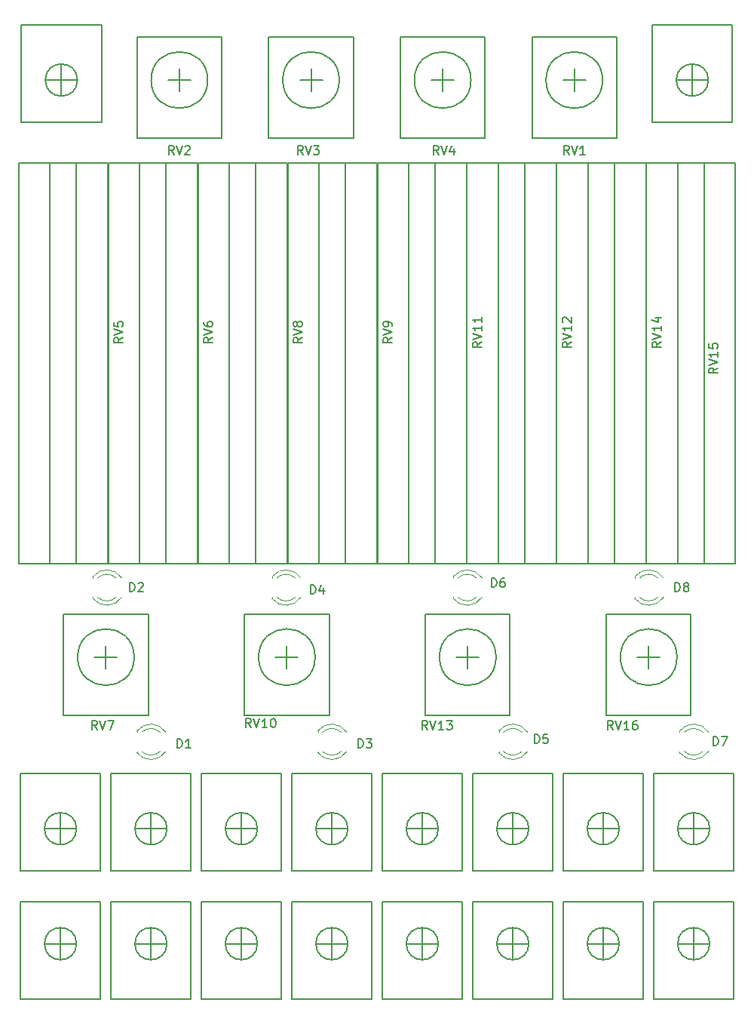
<source format=gbr>
%TF.GenerationSoftware,KiCad,Pcbnew,(5.0.1)-3*%
%TF.CreationDate,2020-04-13T21:00:07+01:00*%
%TF.ProjectId,pcb,7063622E6B696361645F706362000000,rev?*%
%TF.SameCoordinates,Original*%
%TF.FileFunction,Legend,Top*%
%TF.FilePolarity,Positive*%
%FSLAX46Y46*%
G04 Gerber Fmt 4.6, Leading zero omitted, Abs format (unit mm)*
G04 Created by KiCad (PCBNEW (5.0.1)-3) date 13/04/2020 21:00:07*
%MOMM*%
%LPD*%
G01*
G04 APERTURE LIST*
%ADD10C,0.150000*%
%ADD11C,0.120000*%
G04 APERTURE END LIST*
D10*
X19200000Y-28300000D02*
X19200000Y-73300000D01*
X16200000Y-28300000D02*
X19200000Y-28300000D01*
X16200000Y-73300000D02*
X16200000Y-28300000D01*
X19200000Y-73300000D02*
X16200000Y-73300000D01*
X12700000Y-73300000D02*
X22700000Y-73300000D01*
X12700000Y-28300000D02*
X12700000Y-73300000D01*
X22700000Y-28300000D02*
X12700000Y-28300000D01*
X22700000Y-73300000D02*
X22700000Y-28300000D01*
D11*
X29224477Y-92171392D02*
G75*
G03X25992142Y-92014484I-1672335J-1078608D01*
G01*
X29224477Y-94328608D02*
G75*
G02X25992142Y-94485516I-1672335J1078608D01*
G01*
X28593272Y-92170163D02*
G75*
G03X26511181Y-92170000I-1041130J-1079837D01*
G01*
X28593272Y-94329837D02*
G75*
G02X26511181Y-94330000I-1041130J1079837D01*
G01*
X25992142Y-92014000D02*
X25992142Y-92170000D01*
X25992142Y-94330000D02*
X25992142Y-94486000D01*
X24278335Y-74867392D02*
G75*
G03X21046000Y-74710484I-1672335J-1078608D01*
G01*
X24278335Y-77024608D02*
G75*
G02X21046000Y-77181516I-1672335J1078608D01*
G01*
X23647130Y-74866163D02*
G75*
G03X21565039Y-74866000I-1041130J-1079837D01*
G01*
X23647130Y-77025837D02*
G75*
G02X21565039Y-77026000I-1041130J1079837D01*
G01*
X21046000Y-74710000D02*
X21046000Y-74866000D01*
X21046000Y-77026000D02*
X21046000Y-77182000D01*
X46306426Y-94330000D02*
X46306426Y-94486000D01*
X46306426Y-92014000D02*
X46306426Y-92170000D01*
X48907556Y-94329837D02*
G75*
G02X46825465Y-94330000I-1041130J1079837D01*
G01*
X48907556Y-92170163D02*
G75*
G03X46825465Y-92170000I-1041130J-1079837D01*
G01*
X49538761Y-94328608D02*
G75*
G02X46306426Y-94485516I-1672335J1078608D01*
G01*
X49538761Y-92171392D02*
G75*
G03X46306426Y-92014484I-1672335J-1078608D01*
G01*
X41160000Y-77026000D02*
X41160000Y-77182000D01*
X41160000Y-74710000D02*
X41160000Y-74866000D01*
X43761130Y-77025837D02*
G75*
G02X41679039Y-77026000I-1041130J1079837D01*
G01*
X43761130Y-74866163D02*
G75*
G03X41679039Y-74866000I-1041130J-1079837D01*
G01*
X44392335Y-77024608D02*
G75*
G02X41160000Y-77181516I-1672335J1078608D01*
G01*
X44392335Y-74867392D02*
G75*
G03X41160000Y-74710484I-1672335J-1078608D01*
G01*
X69853045Y-92171392D02*
G75*
G03X66620710Y-92014484I-1672335J-1078608D01*
G01*
X69853045Y-94328608D02*
G75*
G02X66620710Y-94485516I-1672335J1078608D01*
G01*
X69221840Y-92170163D02*
G75*
G03X67139749Y-92170000I-1041130J-1079837D01*
G01*
X69221840Y-94329837D02*
G75*
G02X67139749Y-94330000I-1041130J1079837D01*
G01*
X66620710Y-92014000D02*
X66620710Y-92170000D01*
X66620710Y-94330000D02*
X66620710Y-94486000D01*
X61510000Y-77026000D02*
X61510000Y-77182000D01*
X61510000Y-74710000D02*
X61510000Y-74866000D01*
X64111130Y-77025837D02*
G75*
G02X62029039Y-77026000I-1041130J1079837D01*
G01*
X64111130Y-74866163D02*
G75*
G03X62029039Y-74866000I-1041130J-1079837D01*
G01*
X64742335Y-77024608D02*
G75*
G02X61510000Y-77181516I-1672335J1078608D01*
G01*
X64742335Y-74867392D02*
G75*
G03X61510000Y-74710484I-1672335J-1078608D01*
G01*
X90167335Y-92171392D02*
G75*
G03X86935000Y-92014484I-1672335J-1078608D01*
G01*
X90167335Y-94328608D02*
G75*
G02X86935000Y-94485516I-1672335J1078608D01*
G01*
X89536130Y-92170163D02*
G75*
G03X87454039Y-92170000I-1041130J-1079837D01*
G01*
X89536130Y-94329837D02*
G75*
G02X87454039Y-94330000I-1041130J1079837D01*
G01*
X86935000Y-92014000D02*
X86935000Y-92170000D01*
X86935000Y-94330000D02*
X86935000Y-94486000D01*
X81890000Y-77026000D02*
X81890000Y-77182000D01*
X81890000Y-74710000D02*
X81890000Y-74866000D01*
X84491130Y-77025837D02*
G75*
G02X82409039Y-77026000I-1041130J1079837D01*
G01*
X84491130Y-74866163D02*
G75*
G03X82409039Y-74866000I-1041130J-1079837D01*
G01*
X85122335Y-77024608D02*
G75*
G02X81890000Y-77181516I-1672335J1078608D01*
G01*
X85122335Y-74867392D02*
G75*
G03X81890000Y-74710484I-1672335J-1078608D01*
G01*
D10*
X15700000Y-19000000D02*
X19300000Y-19000000D01*
X17500000Y-17200000D02*
X17500000Y-20800000D01*
X19300000Y-19000000D02*
G75*
G03X19300000Y-19000000I-1800000J0D01*
G01*
X22000000Y-12800000D02*
X22000000Y-23700000D01*
X13000000Y-12800000D02*
X13000000Y-23700000D01*
X13000000Y-23700000D02*
X22000000Y-23700000D01*
X13000000Y-12800000D02*
X22000000Y-12800000D01*
X83850000Y-12800000D02*
X92850000Y-12800000D01*
X83850000Y-23700000D02*
X92850000Y-23700000D01*
X83850000Y-12800000D02*
X83850000Y-23700000D01*
X92850000Y-12800000D02*
X92850000Y-23700000D01*
X90150000Y-19000000D02*
G75*
G03X90150000Y-19000000I-1800000J0D01*
G01*
X88350000Y-17200000D02*
X88350000Y-20800000D01*
X86550000Y-19000000D02*
X90150000Y-19000000D01*
X19200000Y-115900000D02*
X15600000Y-115900000D01*
X17400000Y-117700000D02*
X17400000Y-114100000D01*
X19200000Y-115900000D02*
G75*
G03X19200000Y-115900000I-1800000J0D01*
G01*
X12900000Y-122100000D02*
X12900000Y-111200000D01*
X21900000Y-122100000D02*
X21900000Y-111200000D01*
X21900000Y-111200000D02*
X12900000Y-111200000D01*
X21900000Y-122100000D02*
X12900000Y-122100000D01*
X32057142Y-122100000D02*
X23057142Y-122100000D01*
X32057142Y-111200000D02*
X23057142Y-111200000D01*
X32057142Y-122100000D02*
X32057142Y-111200000D01*
X23057142Y-122100000D02*
X23057142Y-111200000D01*
X29357142Y-115900000D02*
G75*
G03X29357142Y-115900000I-1800000J0D01*
G01*
X27557142Y-117700000D02*
X27557142Y-114100000D01*
X29357142Y-115900000D02*
X25757142Y-115900000D01*
X15600000Y-103000000D02*
X19200000Y-103000000D01*
X17400000Y-101200000D02*
X17400000Y-104800000D01*
X19200000Y-103000000D02*
G75*
G03X19200000Y-103000000I-1800000J0D01*
G01*
X21900000Y-96800000D02*
X21900000Y-107700000D01*
X12900000Y-96800000D02*
X12900000Y-107700000D01*
X12900000Y-107700000D02*
X21900000Y-107700000D01*
X12900000Y-96800000D02*
X21900000Y-96800000D01*
X25757142Y-103000000D02*
X29357142Y-103000000D01*
X27557142Y-101200000D02*
X27557142Y-104800000D01*
X29357142Y-103000000D02*
G75*
G03X29357142Y-103000000I-1800000J0D01*
G01*
X32057142Y-96800000D02*
X32057142Y-107700000D01*
X23057142Y-96800000D02*
X23057142Y-107700000D01*
X23057142Y-107700000D02*
X32057142Y-107700000D01*
X23057142Y-96800000D02*
X32057142Y-96800000D01*
X42214284Y-122100000D02*
X33214284Y-122100000D01*
X42214284Y-111200000D02*
X33214284Y-111200000D01*
X42214284Y-122100000D02*
X42214284Y-111200000D01*
X33214284Y-122100000D02*
X33214284Y-111200000D01*
X39514284Y-115900000D02*
G75*
G03X39514284Y-115900000I-1800000J0D01*
G01*
X37714284Y-117700000D02*
X37714284Y-114100000D01*
X39514284Y-115900000D02*
X35914284Y-115900000D01*
X49671426Y-115900000D02*
X46071426Y-115900000D01*
X47871426Y-117700000D02*
X47871426Y-114100000D01*
X49671426Y-115900000D02*
G75*
G03X49671426Y-115900000I-1800000J0D01*
G01*
X43371426Y-122100000D02*
X43371426Y-111200000D01*
X52371426Y-122100000D02*
X52371426Y-111200000D01*
X52371426Y-111200000D02*
X43371426Y-111200000D01*
X52371426Y-122100000D02*
X43371426Y-122100000D01*
X35914284Y-103000000D02*
X39514284Y-103000000D01*
X37714284Y-101200000D02*
X37714284Y-104800000D01*
X39514284Y-103000000D02*
G75*
G03X39514284Y-103000000I-1800000J0D01*
G01*
X42214284Y-96800000D02*
X42214284Y-107700000D01*
X33214284Y-96800000D02*
X33214284Y-107700000D01*
X33214284Y-107700000D02*
X42214284Y-107700000D01*
X33214284Y-96800000D02*
X42214284Y-96800000D01*
X43371426Y-96800000D02*
X52371426Y-96800000D01*
X43371426Y-107700000D02*
X52371426Y-107700000D01*
X43371426Y-96800000D02*
X43371426Y-107700000D01*
X52371426Y-96800000D02*
X52371426Y-107700000D01*
X49671426Y-103000000D02*
G75*
G03X49671426Y-103000000I-1800000J0D01*
G01*
X47871426Y-101200000D02*
X47871426Y-104800000D01*
X46071426Y-103000000D02*
X49671426Y-103000000D01*
X59828568Y-115900000D02*
X56228568Y-115900000D01*
X58028568Y-117700000D02*
X58028568Y-114100000D01*
X59828568Y-115900000D02*
G75*
G03X59828568Y-115900000I-1800000J0D01*
G01*
X53528568Y-122100000D02*
X53528568Y-111200000D01*
X62528568Y-122100000D02*
X62528568Y-111200000D01*
X62528568Y-111200000D02*
X53528568Y-111200000D01*
X62528568Y-122100000D02*
X53528568Y-122100000D01*
X72685710Y-122100000D02*
X63685710Y-122100000D01*
X72685710Y-111200000D02*
X63685710Y-111200000D01*
X72685710Y-122100000D02*
X72685710Y-111200000D01*
X63685710Y-122100000D02*
X63685710Y-111200000D01*
X69985710Y-115900000D02*
G75*
G03X69985710Y-115900000I-1800000J0D01*
G01*
X68185710Y-117700000D02*
X68185710Y-114100000D01*
X69985710Y-115900000D02*
X66385710Y-115900000D01*
X53528568Y-96800000D02*
X62528568Y-96800000D01*
X53528568Y-107700000D02*
X62528568Y-107700000D01*
X53528568Y-96800000D02*
X53528568Y-107700000D01*
X62528568Y-96800000D02*
X62528568Y-107700000D01*
X59828568Y-103000000D02*
G75*
G03X59828568Y-103000000I-1800000J0D01*
G01*
X58028568Y-101200000D02*
X58028568Y-104800000D01*
X56228568Y-103000000D02*
X59828568Y-103000000D01*
X63685710Y-96800000D02*
X72685710Y-96800000D01*
X63685710Y-107700000D02*
X72685710Y-107700000D01*
X63685710Y-96800000D02*
X63685710Y-107700000D01*
X72685710Y-96800000D02*
X72685710Y-107700000D01*
X69985710Y-103000000D02*
G75*
G03X69985710Y-103000000I-1800000J0D01*
G01*
X68185710Y-101200000D02*
X68185710Y-104800000D01*
X66385710Y-103000000D02*
X69985710Y-103000000D01*
X80142852Y-115900000D02*
X76542852Y-115900000D01*
X78342852Y-117700000D02*
X78342852Y-114100000D01*
X80142852Y-115900000D02*
G75*
G03X80142852Y-115900000I-1800000J0D01*
G01*
X73842852Y-122100000D02*
X73842852Y-111200000D01*
X82842852Y-122100000D02*
X82842852Y-111200000D01*
X82842852Y-111200000D02*
X73842852Y-111200000D01*
X82842852Y-122100000D02*
X73842852Y-122100000D01*
X93000000Y-122100000D02*
X84000000Y-122100000D01*
X93000000Y-111200000D02*
X84000000Y-111200000D01*
X93000000Y-122100000D02*
X93000000Y-111200000D01*
X84000000Y-122100000D02*
X84000000Y-111200000D01*
X90300000Y-115900000D02*
G75*
G03X90300000Y-115900000I-1800000J0D01*
G01*
X88500000Y-117700000D02*
X88500000Y-114100000D01*
X90300000Y-115900000D02*
X86700000Y-115900000D01*
X73842852Y-96800000D02*
X82842852Y-96800000D01*
X73842852Y-107700000D02*
X82842852Y-107700000D01*
X73842852Y-96800000D02*
X73842852Y-107700000D01*
X82842852Y-96800000D02*
X82842852Y-107700000D01*
X80142852Y-103000000D02*
G75*
G03X80142852Y-103000000I-1800000J0D01*
G01*
X78342852Y-101200000D02*
X78342852Y-104800000D01*
X76542852Y-103000000D02*
X80142852Y-103000000D01*
X86700000Y-103000000D02*
X90300000Y-103000000D01*
X88500000Y-101200000D02*
X88500000Y-104800000D01*
X90300000Y-103000000D02*
G75*
G03X90300000Y-103000000I-1800000J0D01*
G01*
X93000000Y-96800000D02*
X93000000Y-107700000D01*
X84000000Y-96800000D02*
X84000000Y-107700000D01*
X84000000Y-107700000D02*
X93000000Y-107700000D01*
X84000000Y-96800000D02*
X93000000Y-96800000D01*
X73824997Y-19000000D02*
X76364997Y-19000000D01*
X75094997Y-17730000D02*
X75094997Y-20270000D01*
X78269997Y-19000000D02*
G75*
G03X78269997Y-19000000I-3175000J0D01*
G01*
X70344997Y-14150000D02*
X70344997Y-25500000D01*
X79844997Y-14150000D02*
X79844997Y-25500000D01*
X70344997Y-25500000D02*
X79844997Y-25500000D01*
X70344997Y-14150000D02*
X79844997Y-14150000D01*
X29485000Y-19000000D02*
X32025000Y-19000000D01*
X30755000Y-17730000D02*
X30755000Y-20270000D01*
X33930000Y-19000000D02*
G75*
G03X33930000Y-19000000I-3175000J0D01*
G01*
X26005000Y-14150000D02*
X26005000Y-25500000D01*
X35505000Y-14150000D02*
X35505000Y-25500000D01*
X26005000Y-25500000D02*
X35505000Y-25500000D01*
X26005000Y-14150000D02*
X35505000Y-14150000D01*
X40784999Y-14150000D02*
X50284999Y-14150000D01*
X40784999Y-25500000D02*
X50284999Y-25500000D01*
X50284999Y-14150000D02*
X50284999Y-25500000D01*
X40784999Y-14150000D02*
X40784999Y-25500000D01*
X48709999Y-19000000D02*
G75*
G03X48709999Y-19000000I-3175000J0D01*
G01*
X45534999Y-17730000D02*
X45534999Y-20270000D01*
X44264999Y-19000000D02*
X46804999Y-19000000D01*
X55564998Y-14150000D02*
X65064998Y-14150000D01*
X55564998Y-25500000D02*
X65064998Y-25500000D01*
X65064998Y-14150000D02*
X65064998Y-25500000D01*
X55564998Y-14150000D02*
X55564998Y-25500000D01*
X63489998Y-19000000D02*
G75*
G03X63489998Y-19000000I-3175000J0D01*
G01*
X60314998Y-17730000D02*
X60314998Y-20270000D01*
X59044998Y-19000000D02*
X61584998Y-19000000D01*
X32771428Y-73300000D02*
X32771428Y-28300000D01*
X32771428Y-28300000D02*
X22771428Y-28300000D01*
X22771428Y-28300000D02*
X22771428Y-73300000D01*
X22771428Y-73300000D02*
X32771428Y-73300000D01*
X29271428Y-73300000D02*
X26271428Y-73300000D01*
X26271428Y-73300000D02*
X26271428Y-28300000D01*
X26271428Y-28300000D02*
X29271428Y-28300000D01*
X29271428Y-28300000D02*
X29271428Y-73300000D01*
X17750000Y-78900000D02*
X27250000Y-78900000D01*
X17750000Y-90250000D02*
X27250000Y-90250000D01*
X27250000Y-78900000D02*
X27250000Y-90250000D01*
X17750000Y-78900000D02*
X17750000Y-90250000D01*
X25675000Y-83750000D02*
G75*
G03X25675000Y-83750000I-3175000J0D01*
G01*
X22500000Y-82480000D02*
X22500000Y-85020000D01*
X21230000Y-83750000D02*
X23770000Y-83750000D01*
X42842856Y-73300000D02*
X42842856Y-28300000D01*
X42842856Y-28300000D02*
X32842856Y-28300000D01*
X32842856Y-28300000D02*
X32842856Y-73300000D01*
X32842856Y-73300000D02*
X42842856Y-73300000D01*
X39342856Y-73300000D02*
X36342856Y-73300000D01*
X36342856Y-73300000D02*
X36342856Y-28300000D01*
X36342856Y-28300000D02*
X39342856Y-28300000D01*
X39342856Y-28300000D02*
X39342856Y-73300000D01*
X52914284Y-73300000D02*
X52914284Y-28300000D01*
X52914284Y-28300000D02*
X42914284Y-28300000D01*
X42914284Y-28300000D02*
X42914284Y-73300000D01*
X42914284Y-73300000D02*
X52914284Y-73300000D01*
X49414284Y-73300000D02*
X46414284Y-73300000D01*
X46414284Y-73300000D02*
X46414284Y-28300000D01*
X46414284Y-28300000D02*
X49414284Y-28300000D01*
X49414284Y-28300000D02*
X49414284Y-73300000D01*
X38066666Y-78900000D02*
X47566666Y-78900000D01*
X38066666Y-90250000D02*
X47566666Y-90250000D01*
X47566666Y-78900000D02*
X47566666Y-90250000D01*
X38066666Y-78900000D02*
X38066666Y-90250000D01*
X45991666Y-83750000D02*
G75*
G03X45991666Y-83750000I-3175000J0D01*
G01*
X42816666Y-82480000D02*
X42816666Y-85020000D01*
X41546666Y-83750000D02*
X44086666Y-83750000D01*
X59485712Y-28300000D02*
X59485712Y-73300000D01*
X56485712Y-28300000D02*
X59485712Y-28300000D01*
X56485712Y-73300000D02*
X56485712Y-28300000D01*
X59485712Y-73300000D02*
X56485712Y-73300000D01*
X52985712Y-73300000D02*
X62985712Y-73300000D01*
X52985712Y-28300000D02*
X52985712Y-73300000D01*
X62985712Y-28300000D02*
X52985712Y-28300000D01*
X62985712Y-73300000D02*
X62985712Y-28300000D01*
X69557140Y-28300000D02*
X69557140Y-73300000D01*
X66557140Y-28300000D02*
X69557140Y-28300000D01*
X66557140Y-73300000D02*
X66557140Y-28300000D01*
X69557140Y-73300000D02*
X66557140Y-73300000D01*
X63057140Y-73300000D02*
X73057140Y-73300000D01*
X63057140Y-28300000D02*
X63057140Y-73300000D01*
X73057140Y-28300000D02*
X63057140Y-28300000D01*
X73057140Y-73300000D02*
X73057140Y-28300000D01*
X61863332Y-83750000D02*
X64403332Y-83750000D01*
X63133332Y-82480000D02*
X63133332Y-85020000D01*
X66308332Y-83750000D02*
G75*
G03X66308332Y-83750000I-3175000J0D01*
G01*
X58383332Y-78900000D02*
X58383332Y-90250000D01*
X67883332Y-78900000D02*
X67883332Y-90250000D01*
X58383332Y-90250000D02*
X67883332Y-90250000D01*
X58383332Y-78900000D02*
X67883332Y-78900000D01*
X79628568Y-28300000D02*
X79628568Y-73300000D01*
X76628568Y-28300000D02*
X79628568Y-28300000D01*
X76628568Y-73300000D02*
X76628568Y-28300000D01*
X79628568Y-73300000D02*
X76628568Y-73300000D01*
X73128568Y-73300000D02*
X83128568Y-73300000D01*
X73128568Y-28300000D02*
X73128568Y-73300000D01*
X83128568Y-28300000D02*
X73128568Y-28300000D01*
X83128568Y-73300000D02*
X83128568Y-28300000D01*
X93199996Y-73300000D02*
X93199996Y-28300000D01*
X93199996Y-28300000D02*
X83199996Y-28300000D01*
X83199996Y-28300000D02*
X83199996Y-73300000D01*
X83199996Y-73300000D02*
X93199996Y-73300000D01*
X89699996Y-73300000D02*
X86699996Y-73300000D01*
X86699996Y-73300000D02*
X86699996Y-28300000D01*
X86699996Y-28300000D02*
X89699996Y-28300000D01*
X89699996Y-28300000D02*
X89699996Y-73300000D01*
X82180000Y-83750000D02*
X84720000Y-83750000D01*
X83450000Y-82480000D02*
X83450000Y-85020000D01*
X86625000Y-83750000D02*
G75*
G03X86625000Y-83750000I-3175000J0D01*
G01*
X78700000Y-78900000D02*
X78700000Y-90250000D01*
X88200000Y-78900000D02*
X88200000Y-90250000D01*
X78700000Y-90250000D02*
X88200000Y-90250000D01*
X78700000Y-78900000D02*
X88200000Y-78900000D01*
X24402380Y-47895238D02*
X23926190Y-48228571D01*
X24402380Y-48466666D02*
X23402380Y-48466666D01*
X23402380Y-48085714D01*
X23450000Y-47990476D01*
X23497619Y-47942857D01*
X23592857Y-47895238D01*
X23735714Y-47895238D01*
X23830952Y-47942857D01*
X23878571Y-47990476D01*
X23926190Y-48085714D01*
X23926190Y-48466666D01*
X23402380Y-47609523D02*
X24402380Y-47276190D01*
X23402380Y-46942857D01*
X23402380Y-46133333D02*
X23402380Y-46609523D01*
X23878571Y-46657142D01*
X23830952Y-46609523D01*
X23783333Y-46514285D01*
X23783333Y-46276190D01*
X23830952Y-46180952D01*
X23878571Y-46133333D01*
X23973809Y-46085714D01*
X24211904Y-46085714D01*
X24307142Y-46133333D01*
X24354761Y-46180952D01*
X24402380Y-46276190D01*
X24402380Y-46514285D01*
X24354761Y-46609523D01*
X24307142Y-46657142D01*
X30503904Y-93924380D02*
X30503904Y-92924380D01*
X30742000Y-92924380D01*
X30884857Y-92972000D01*
X30980095Y-93067238D01*
X31027714Y-93162476D01*
X31075333Y-93352952D01*
X31075333Y-93495809D01*
X31027714Y-93686285D01*
X30980095Y-93781523D01*
X30884857Y-93876761D01*
X30742000Y-93924380D01*
X30503904Y-93924380D01*
X32027714Y-93924380D02*
X31456285Y-93924380D01*
X31742000Y-93924380D02*
X31742000Y-92924380D01*
X31646761Y-93067238D01*
X31551523Y-93162476D01*
X31456285Y-93210095D01*
X25169904Y-76398380D02*
X25169904Y-75398380D01*
X25408000Y-75398380D01*
X25550857Y-75446000D01*
X25646095Y-75541238D01*
X25693714Y-75636476D01*
X25741333Y-75826952D01*
X25741333Y-75969809D01*
X25693714Y-76160285D01*
X25646095Y-76255523D01*
X25550857Y-76350761D01*
X25408000Y-76398380D01*
X25169904Y-76398380D01*
X26122285Y-75493619D02*
X26169904Y-75446000D01*
X26265142Y-75398380D01*
X26503238Y-75398380D01*
X26598476Y-75446000D01*
X26646095Y-75493619D01*
X26693714Y-75588857D01*
X26693714Y-75684095D01*
X26646095Y-75826952D01*
X26074666Y-76398380D01*
X26693714Y-76398380D01*
X50823904Y-93924380D02*
X50823904Y-92924380D01*
X51062000Y-92924380D01*
X51204857Y-92972000D01*
X51300095Y-93067238D01*
X51347714Y-93162476D01*
X51395333Y-93352952D01*
X51395333Y-93495809D01*
X51347714Y-93686285D01*
X51300095Y-93781523D01*
X51204857Y-93876761D01*
X51062000Y-93924380D01*
X50823904Y-93924380D01*
X51728666Y-92924380D02*
X52347714Y-92924380D01*
X52014380Y-93305333D01*
X52157238Y-93305333D01*
X52252476Y-93352952D01*
X52300095Y-93400571D01*
X52347714Y-93495809D01*
X52347714Y-93733904D01*
X52300095Y-93829142D01*
X52252476Y-93876761D01*
X52157238Y-93924380D01*
X51871523Y-93924380D01*
X51776285Y-93876761D01*
X51728666Y-93829142D01*
X45489904Y-76652380D02*
X45489904Y-75652380D01*
X45728000Y-75652380D01*
X45870857Y-75700000D01*
X45966095Y-75795238D01*
X46013714Y-75890476D01*
X46061333Y-76080952D01*
X46061333Y-76223809D01*
X46013714Y-76414285D01*
X45966095Y-76509523D01*
X45870857Y-76604761D01*
X45728000Y-76652380D01*
X45489904Y-76652380D01*
X46918476Y-75985714D02*
X46918476Y-76652380D01*
X46680380Y-75604761D02*
X46442285Y-76319047D01*
X47061333Y-76319047D01*
X70635904Y-93416380D02*
X70635904Y-92416380D01*
X70874000Y-92416380D01*
X71016857Y-92464000D01*
X71112095Y-92559238D01*
X71159714Y-92654476D01*
X71207333Y-92844952D01*
X71207333Y-92987809D01*
X71159714Y-93178285D01*
X71112095Y-93273523D01*
X71016857Y-93368761D01*
X70874000Y-93416380D01*
X70635904Y-93416380D01*
X72112095Y-92416380D02*
X71635904Y-92416380D01*
X71588285Y-92892571D01*
X71635904Y-92844952D01*
X71731142Y-92797333D01*
X71969238Y-92797333D01*
X72064476Y-92844952D01*
X72112095Y-92892571D01*
X72159714Y-92987809D01*
X72159714Y-93225904D01*
X72112095Y-93321142D01*
X72064476Y-93368761D01*
X71969238Y-93416380D01*
X71731142Y-93416380D01*
X71635904Y-93368761D01*
X71588285Y-93321142D01*
X65809904Y-75890380D02*
X65809904Y-74890380D01*
X66048000Y-74890380D01*
X66190857Y-74938000D01*
X66286095Y-75033238D01*
X66333714Y-75128476D01*
X66381333Y-75318952D01*
X66381333Y-75461809D01*
X66333714Y-75652285D01*
X66286095Y-75747523D01*
X66190857Y-75842761D01*
X66048000Y-75890380D01*
X65809904Y-75890380D01*
X67238476Y-74890380D02*
X67048000Y-74890380D01*
X66952761Y-74938000D01*
X66905142Y-74985619D01*
X66809904Y-75128476D01*
X66762285Y-75318952D01*
X66762285Y-75699904D01*
X66809904Y-75795142D01*
X66857523Y-75842761D01*
X66952761Y-75890380D01*
X67143238Y-75890380D01*
X67238476Y-75842761D01*
X67286095Y-75795142D01*
X67333714Y-75699904D01*
X67333714Y-75461809D01*
X67286095Y-75366571D01*
X67238476Y-75318952D01*
X67143238Y-75271333D01*
X66952761Y-75271333D01*
X66857523Y-75318952D01*
X66809904Y-75366571D01*
X66762285Y-75461809D01*
X90701904Y-93670380D02*
X90701904Y-92670380D01*
X90940000Y-92670380D01*
X91082857Y-92718000D01*
X91178095Y-92813238D01*
X91225714Y-92908476D01*
X91273333Y-93098952D01*
X91273333Y-93241809D01*
X91225714Y-93432285D01*
X91178095Y-93527523D01*
X91082857Y-93622761D01*
X90940000Y-93670380D01*
X90701904Y-93670380D01*
X91606666Y-92670380D02*
X92273333Y-92670380D01*
X91844761Y-93670380D01*
X86409904Y-76398380D02*
X86409904Y-75398380D01*
X86648000Y-75398380D01*
X86790857Y-75446000D01*
X86886095Y-75541238D01*
X86933714Y-75636476D01*
X86981333Y-75826952D01*
X86981333Y-75969809D01*
X86933714Y-76160285D01*
X86886095Y-76255523D01*
X86790857Y-76350761D01*
X86648000Y-76398380D01*
X86409904Y-76398380D01*
X87552761Y-75826952D02*
X87457523Y-75779333D01*
X87409904Y-75731714D01*
X87362285Y-75636476D01*
X87362285Y-75588857D01*
X87409904Y-75493619D01*
X87457523Y-75446000D01*
X87552761Y-75398380D01*
X87743238Y-75398380D01*
X87838476Y-75446000D01*
X87886095Y-75493619D01*
X87933714Y-75588857D01*
X87933714Y-75636476D01*
X87886095Y-75731714D01*
X87838476Y-75779333D01*
X87743238Y-75826952D01*
X87552761Y-75826952D01*
X87457523Y-75874571D01*
X87409904Y-75922190D01*
X87362285Y-76017428D01*
X87362285Y-76207904D01*
X87409904Y-76303142D01*
X87457523Y-76350761D01*
X87552761Y-76398380D01*
X87743238Y-76398380D01*
X87838476Y-76350761D01*
X87886095Y-76303142D01*
X87933714Y-76207904D01*
X87933714Y-76017428D01*
X87886095Y-75922190D01*
X87838476Y-75874571D01*
X87743238Y-75826952D01*
X74499758Y-27376380D02*
X74166425Y-26900190D01*
X73928330Y-27376380D02*
X73928330Y-26376380D01*
X74309282Y-26376380D01*
X74404520Y-26424000D01*
X74452139Y-26471619D01*
X74499758Y-26566857D01*
X74499758Y-26709714D01*
X74452139Y-26804952D01*
X74404520Y-26852571D01*
X74309282Y-26900190D01*
X73928330Y-26900190D01*
X74785473Y-26376380D02*
X75118806Y-27376380D01*
X75452139Y-26376380D01*
X76309282Y-27376380D02*
X75737854Y-27376380D01*
X76023568Y-27376380D02*
X76023568Y-26376380D01*
X75928330Y-26519238D01*
X75833092Y-26614476D01*
X75737854Y-26662095D01*
X30138761Y-27376380D02*
X29805428Y-26900190D01*
X29567333Y-27376380D02*
X29567333Y-26376380D01*
X29948285Y-26376380D01*
X30043523Y-26424000D01*
X30091142Y-26471619D01*
X30138761Y-26566857D01*
X30138761Y-26709714D01*
X30091142Y-26804952D01*
X30043523Y-26852571D01*
X29948285Y-26900190D01*
X29567333Y-26900190D01*
X30424476Y-26376380D02*
X30757809Y-27376380D01*
X31091142Y-26376380D01*
X31376857Y-26471619D02*
X31424476Y-26424000D01*
X31519714Y-26376380D01*
X31757809Y-26376380D01*
X31853047Y-26424000D01*
X31900666Y-26471619D01*
X31948285Y-26566857D01*
X31948285Y-26662095D01*
X31900666Y-26804952D01*
X31329238Y-27376380D01*
X31948285Y-27376380D01*
X44616761Y-27376380D02*
X44283428Y-26900190D01*
X44045333Y-27376380D02*
X44045333Y-26376380D01*
X44426285Y-26376380D01*
X44521523Y-26424000D01*
X44569142Y-26471619D01*
X44616761Y-26566857D01*
X44616761Y-26709714D01*
X44569142Y-26804952D01*
X44521523Y-26852571D01*
X44426285Y-26900190D01*
X44045333Y-26900190D01*
X44902476Y-26376380D02*
X45235809Y-27376380D01*
X45569142Y-26376380D01*
X45807238Y-26376380D02*
X46426285Y-26376380D01*
X46092952Y-26757333D01*
X46235809Y-26757333D01*
X46331047Y-26804952D01*
X46378666Y-26852571D01*
X46426285Y-26947809D01*
X46426285Y-27185904D01*
X46378666Y-27281142D01*
X46331047Y-27328761D01*
X46235809Y-27376380D01*
X45950095Y-27376380D01*
X45854857Y-27328761D01*
X45807238Y-27281142D01*
X59856761Y-27376380D02*
X59523428Y-26900190D01*
X59285333Y-27376380D02*
X59285333Y-26376380D01*
X59666285Y-26376380D01*
X59761523Y-26424000D01*
X59809142Y-26471619D01*
X59856761Y-26566857D01*
X59856761Y-26709714D01*
X59809142Y-26804952D01*
X59761523Y-26852571D01*
X59666285Y-26900190D01*
X59285333Y-26900190D01*
X60142476Y-26376380D02*
X60475809Y-27376380D01*
X60809142Y-26376380D01*
X61571047Y-26709714D02*
X61571047Y-27376380D01*
X61332952Y-26328761D02*
X61094857Y-27043047D01*
X61713904Y-27043047D01*
X34473808Y-47895238D02*
X33997618Y-48228571D01*
X34473808Y-48466666D02*
X33473808Y-48466666D01*
X33473808Y-48085714D01*
X33521428Y-47990476D01*
X33569047Y-47942857D01*
X33664285Y-47895238D01*
X33807142Y-47895238D01*
X33902380Y-47942857D01*
X33949999Y-47990476D01*
X33997618Y-48085714D01*
X33997618Y-48466666D01*
X33473808Y-47609523D02*
X34473808Y-47276190D01*
X33473808Y-46942857D01*
X33473808Y-46180952D02*
X33473808Y-46371428D01*
X33521428Y-46466666D01*
X33569047Y-46514285D01*
X33711904Y-46609523D01*
X33902380Y-46657142D01*
X34283332Y-46657142D01*
X34378570Y-46609523D01*
X34426189Y-46561904D01*
X34473808Y-46466666D01*
X34473808Y-46276190D01*
X34426189Y-46180952D01*
X34378570Y-46133333D01*
X34283332Y-46085714D01*
X34045237Y-46085714D01*
X33949999Y-46133333D01*
X33902380Y-46180952D01*
X33854761Y-46276190D01*
X33854761Y-46466666D01*
X33902380Y-46561904D01*
X33949999Y-46609523D01*
X34045237Y-46657142D01*
X21502761Y-91892380D02*
X21169428Y-91416190D01*
X20931333Y-91892380D02*
X20931333Y-90892380D01*
X21312285Y-90892380D01*
X21407523Y-90940000D01*
X21455142Y-90987619D01*
X21502761Y-91082857D01*
X21502761Y-91225714D01*
X21455142Y-91320952D01*
X21407523Y-91368571D01*
X21312285Y-91416190D01*
X20931333Y-91416190D01*
X21788476Y-90892380D02*
X22121809Y-91892380D01*
X22455142Y-90892380D01*
X22693238Y-90892380D02*
X23359904Y-90892380D01*
X22931333Y-91892380D01*
X44545236Y-47895238D02*
X44069046Y-48228571D01*
X44545236Y-48466666D02*
X43545236Y-48466666D01*
X43545236Y-48085714D01*
X43592856Y-47990476D01*
X43640475Y-47942857D01*
X43735713Y-47895238D01*
X43878570Y-47895238D01*
X43973808Y-47942857D01*
X44021427Y-47990476D01*
X44069046Y-48085714D01*
X44069046Y-48466666D01*
X43545236Y-47609523D02*
X44545236Y-47276190D01*
X43545236Y-46942857D01*
X43973808Y-46466666D02*
X43926189Y-46561904D01*
X43878570Y-46609523D01*
X43783332Y-46657142D01*
X43735713Y-46657142D01*
X43640475Y-46609523D01*
X43592856Y-46561904D01*
X43545236Y-46466666D01*
X43545236Y-46276190D01*
X43592856Y-46180952D01*
X43640475Y-46133333D01*
X43735713Y-46085714D01*
X43783332Y-46085714D01*
X43878570Y-46133333D01*
X43926189Y-46180952D01*
X43973808Y-46276190D01*
X43973808Y-46466666D01*
X44021427Y-46561904D01*
X44069046Y-46609523D01*
X44164284Y-46657142D01*
X44354760Y-46657142D01*
X44449998Y-46609523D01*
X44497617Y-46561904D01*
X44545236Y-46466666D01*
X44545236Y-46276190D01*
X44497617Y-46180952D01*
X44449998Y-46133333D01*
X44354760Y-46085714D01*
X44164284Y-46085714D01*
X44069046Y-46133333D01*
X44021427Y-46180952D01*
X43973808Y-46276190D01*
X54616664Y-47895238D02*
X54140474Y-48228571D01*
X54616664Y-48466666D02*
X53616664Y-48466666D01*
X53616664Y-48085714D01*
X53664284Y-47990476D01*
X53711903Y-47942857D01*
X53807141Y-47895238D01*
X53949998Y-47895238D01*
X54045236Y-47942857D01*
X54092855Y-47990476D01*
X54140474Y-48085714D01*
X54140474Y-48466666D01*
X53616664Y-47609523D02*
X54616664Y-47276190D01*
X53616664Y-46942857D01*
X54616664Y-46561904D02*
X54616664Y-46371428D01*
X54569045Y-46276190D01*
X54521426Y-46228571D01*
X54378569Y-46133333D01*
X54188093Y-46085714D01*
X53807141Y-46085714D01*
X53711903Y-46133333D01*
X53664284Y-46180952D01*
X53616664Y-46276190D01*
X53616664Y-46466666D01*
X53664284Y-46561904D01*
X53711903Y-46609523D01*
X53807141Y-46657142D01*
X54045236Y-46657142D01*
X54140474Y-46609523D01*
X54188093Y-46561904D01*
X54235712Y-46466666D01*
X54235712Y-46276190D01*
X54188093Y-46180952D01*
X54140474Y-46133333D01*
X54045236Y-46085714D01*
X38806571Y-91638380D02*
X38473238Y-91162190D01*
X38235142Y-91638380D02*
X38235142Y-90638380D01*
X38616095Y-90638380D01*
X38711333Y-90686000D01*
X38758952Y-90733619D01*
X38806571Y-90828857D01*
X38806571Y-90971714D01*
X38758952Y-91066952D01*
X38711333Y-91114571D01*
X38616095Y-91162190D01*
X38235142Y-91162190D01*
X39092285Y-90638380D02*
X39425619Y-91638380D01*
X39758952Y-90638380D01*
X40616095Y-91638380D02*
X40044666Y-91638380D01*
X40330380Y-91638380D02*
X40330380Y-90638380D01*
X40235142Y-90781238D01*
X40139904Y-90876476D01*
X40044666Y-90924095D01*
X41235142Y-90638380D02*
X41330380Y-90638380D01*
X41425619Y-90686000D01*
X41473238Y-90733619D01*
X41520857Y-90828857D01*
X41568476Y-91019333D01*
X41568476Y-91257428D01*
X41520857Y-91447904D01*
X41473238Y-91543142D01*
X41425619Y-91590761D01*
X41330380Y-91638380D01*
X41235142Y-91638380D01*
X41139904Y-91590761D01*
X41092285Y-91543142D01*
X41044666Y-91447904D01*
X40997047Y-91257428D01*
X40997047Y-91019333D01*
X41044666Y-90828857D01*
X41092285Y-90733619D01*
X41139904Y-90686000D01*
X41235142Y-90638380D01*
X64688092Y-48371428D02*
X64211902Y-48704761D01*
X64688092Y-48942857D02*
X63688092Y-48942857D01*
X63688092Y-48561904D01*
X63735712Y-48466666D01*
X63783331Y-48419047D01*
X63878569Y-48371428D01*
X64021426Y-48371428D01*
X64116664Y-48419047D01*
X64164283Y-48466666D01*
X64211902Y-48561904D01*
X64211902Y-48942857D01*
X63688092Y-48085714D02*
X64688092Y-47752380D01*
X63688092Y-47419047D01*
X64688092Y-46561904D02*
X64688092Y-47133333D01*
X64688092Y-46847619D02*
X63688092Y-46847619D01*
X63830950Y-46942857D01*
X63926188Y-47038095D01*
X63973807Y-47133333D01*
X64688092Y-45609523D02*
X64688092Y-46180952D01*
X64688092Y-45895238D02*
X63688092Y-45895238D01*
X63830950Y-45990476D01*
X63926188Y-46085714D01*
X63973807Y-46180952D01*
X74759520Y-48371428D02*
X74283330Y-48704761D01*
X74759520Y-48942857D02*
X73759520Y-48942857D01*
X73759520Y-48561904D01*
X73807140Y-48466666D01*
X73854759Y-48419047D01*
X73949997Y-48371428D01*
X74092854Y-48371428D01*
X74188092Y-48419047D01*
X74235711Y-48466666D01*
X74283330Y-48561904D01*
X74283330Y-48942857D01*
X73759520Y-48085714D02*
X74759520Y-47752380D01*
X73759520Y-47419047D01*
X74759520Y-46561904D02*
X74759520Y-47133333D01*
X74759520Y-46847619D02*
X73759520Y-46847619D01*
X73902378Y-46942857D01*
X73997616Y-47038095D01*
X74045235Y-47133333D01*
X73854759Y-46180952D02*
X73807140Y-46133333D01*
X73759520Y-46038095D01*
X73759520Y-45800000D01*
X73807140Y-45704761D01*
X73854759Y-45657142D01*
X73949997Y-45609523D01*
X74045235Y-45609523D01*
X74188092Y-45657142D01*
X74759520Y-46228571D01*
X74759520Y-45609523D01*
X58618571Y-91892380D02*
X58285238Y-91416190D01*
X58047142Y-91892380D02*
X58047142Y-90892380D01*
X58428095Y-90892380D01*
X58523333Y-90940000D01*
X58570952Y-90987619D01*
X58618571Y-91082857D01*
X58618571Y-91225714D01*
X58570952Y-91320952D01*
X58523333Y-91368571D01*
X58428095Y-91416190D01*
X58047142Y-91416190D01*
X58904285Y-90892380D02*
X59237619Y-91892380D01*
X59570952Y-90892380D01*
X60428095Y-91892380D02*
X59856666Y-91892380D01*
X60142380Y-91892380D02*
X60142380Y-90892380D01*
X60047142Y-91035238D01*
X59951904Y-91130476D01*
X59856666Y-91178095D01*
X60761428Y-90892380D02*
X61380476Y-90892380D01*
X61047142Y-91273333D01*
X61190000Y-91273333D01*
X61285238Y-91320952D01*
X61332857Y-91368571D01*
X61380476Y-91463809D01*
X61380476Y-91701904D01*
X61332857Y-91797142D01*
X61285238Y-91844761D01*
X61190000Y-91892380D01*
X60904285Y-91892380D01*
X60809047Y-91844761D01*
X60761428Y-91797142D01*
X84830948Y-48371428D02*
X84354758Y-48704761D01*
X84830948Y-48942857D02*
X83830948Y-48942857D01*
X83830948Y-48561904D01*
X83878568Y-48466666D01*
X83926187Y-48419047D01*
X84021425Y-48371428D01*
X84164282Y-48371428D01*
X84259520Y-48419047D01*
X84307139Y-48466666D01*
X84354758Y-48561904D01*
X84354758Y-48942857D01*
X83830948Y-48085714D02*
X84830948Y-47752380D01*
X83830948Y-47419047D01*
X84830948Y-46561904D02*
X84830948Y-47133333D01*
X84830948Y-46847619D02*
X83830948Y-46847619D01*
X83973806Y-46942857D01*
X84069044Y-47038095D01*
X84116663Y-47133333D01*
X84164282Y-45704761D02*
X84830948Y-45704761D01*
X83783329Y-45942857D02*
X84497615Y-46180952D01*
X84497615Y-45561904D01*
X91202380Y-51296428D02*
X90726190Y-51629761D01*
X91202380Y-51867857D02*
X90202380Y-51867857D01*
X90202380Y-51486904D01*
X90250000Y-51391666D01*
X90297619Y-51344047D01*
X90392857Y-51296428D01*
X90535714Y-51296428D01*
X90630952Y-51344047D01*
X90678571Y-51391666D01*
X90726190Y-51486904D01*
X90726190Y-51867857D01*
X90202380Y-51010714D02*
X91202380Y-50677380D01*
X90202380Y-50344047D01*
X91202380Y-49486904D02*
X91202380Y-50058333D01*
X91202380Y-49772619D02*
X90202380Y-49772619D01*
X90345238Y-49867857D01*
X90440476Y-49963095D01*
X90488095Y-50058333D01*
X90202380Y-48582142D02*
X90202380Y-49058333D01*
X90678571Y-49105952D01*
X90630952Y-49058333D01*
X90583333Y-48963095D01*
X90583333Y-48725000D01*
X90630952Y-48629761D01*
X90678571Y-48582142D01*
X90773809Y-48534523D01*
X91011904Y-48534523D01*
X91107142Y-48582142D01*
X91154761Y-48629761D01*
X91202380Y-48725000D01*
X91202380Y-48963095D01*
X91154761Y-49058333D01*
X91107142Y-49105952D01*
X79446571Y-91892380D02*
X79113238Y-91416190D01*
X78875142Y-91892380D02*
X78875142Y-90892380D01*
X79256095Y-90892380D01*
X79351333Y-90940000D01*
X79398952Y-90987619D01*
X79446571Y-91082857D01*
X79446571Y-91225714D01*
X79398952Y-91320952D01*
X79351333Y-91368571D01*
X79256095Y-91416190D01*
X78875142Y-91416190D01*
X79732285Y-90892380D02*
X80065619Y-91892380D01*
X80398952Y-90892380D01*
X81256095Y-91892380D02*
X80684666Y-91892380D01*
X80970380Y-91892380D02*
X80970380Y-90892380D01*
X80875142Y-91035238D01*
X80779904Y-91130476D01*
X80684666Y-91178095D01*
X82113238Y-90892380D02*
X81922761Y-90892380D01*
X81827523Y-90940000D01*
X81779904Y-90987619D01*
X81684666Y-91130476D01*
X81637047Y-91320952D01*
X81637047Y-91701904D01*
X81684666Y-91797142D01*
X81732285Y-91844761D01*
X81827523Y-91892380D01*
X82018000Y-91892380D01*
X82113238Y-91844761D01*
X82160857Y-91797142D01*
X82208476Y-91701904D01*
X82208476Y-91463809D01*
X82160857Y-91368571D01*
X82113238Y-91320952D01*
X82018000Y-91273333D01*
X81827523Y-91273333D01*
X81732285Y-91320952D01*
X81684666Y-91368571D01*
X81637047Y-91463809D01*
M02*

</source>
